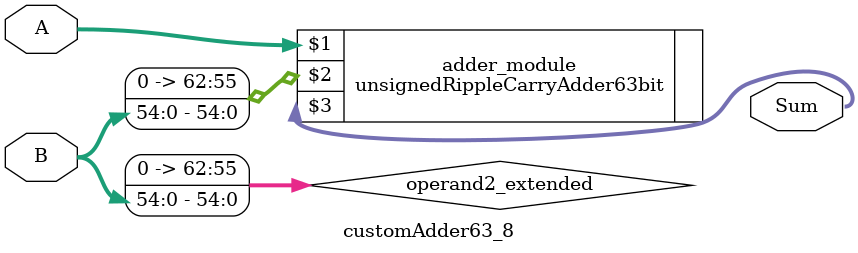
<source format=v>
module customAdder63_8(
                        input [62 : 0] A,
                        input [54 : 0] B,
                        
                        output [63 : 0] Sum
                );

        wire [62 : 0] operand2_extended;
        
        assign operand2_extended =  {8'b0, B};
        
        unsignedRippleCarryAdder63bit adder_module(
            A,
            operand2_extended,
            Sum
        );
        
        endmodule
        
</source>
